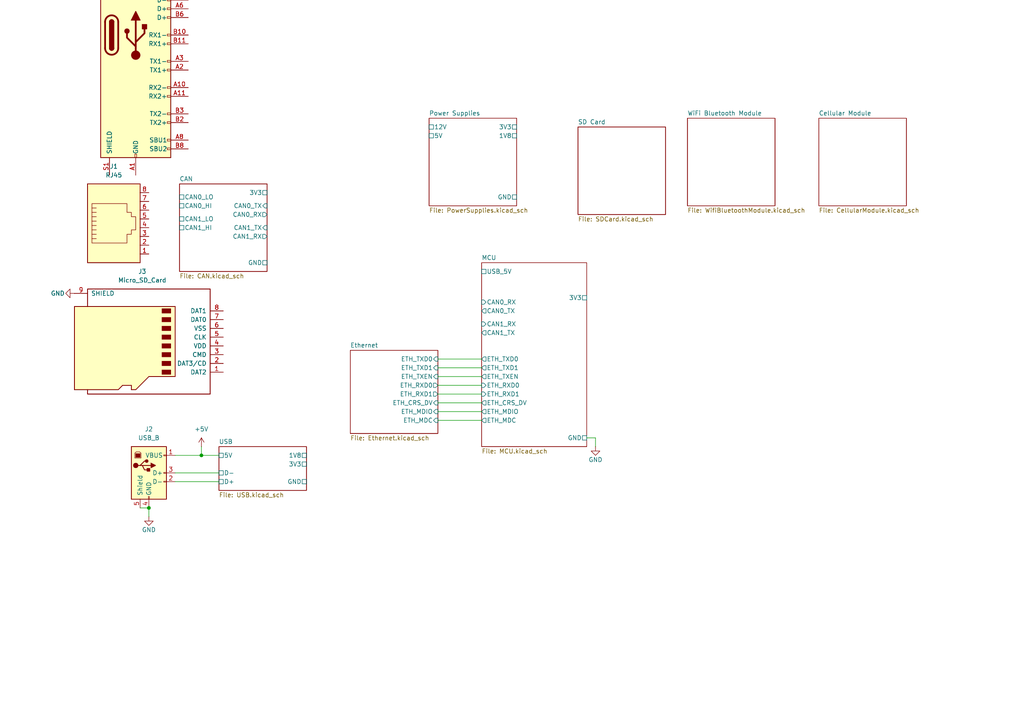
<source format=kicad_sch>
(kicad_sch (version 20250114) (generator "eeschema") (generator_version "9.0")
  (paper "A4")
  (lib_symbols
    (symbol "Connector:Micro_SD_Card" (pin_names (offset 1.016))
      (property "Reference" "J" (at -16.51 15.24 0))
      (property "Value" "Micro_SD_Card" (at 16.51 15.24 0))
      (symbol "Micro_SD_Card_0_1"
        (polyline (pts (xy -8.89 -11.43) (xy -8.89 8.89) (xy -1.27 8.89) (xy 2.54 12.7) (xy 3.81 12.7) (xy 3.81 11.43) (xy 6.35 11.43) (xy 7.62 12.7) (xy 20.32 12.7) (xy 20.32 -11.43) (xy -8.89 -11.43)) (stroke (width 0.254)) (fill (type background)))
        (rectangle (start -7.62 8.255) (end -5.08 6.985) (fill (type outline)))
        (rectangle (start -7.62 5.715) (end -5.08 4.445) (fill (type outline)))
        (rectangle (start -7.62 3.175) (end -5.08 1.905) (fill (type outline)))
        (rectangle (start -7.62 0.635) (end -5.08 -0.635) (fill (type outline)))
        (rectangle (start -7.62 -1.905) (end -5.08 -3.175) (fill (type outline)))
        (rectangle (start -7.62 -4.445) (end -5.08 -5.715) (fill (type outline)))
        (rectangle (start -7.62 -6.985) (end -5.08 -8.255) (fill (type outline)))
        (rectangle (start -7.62 -9.525) (end -5.08 -10.795) (fill (type outline)))
        (polyline (pts (xy 16.51 12.7) (xy 16.51 13.97) (xy -19.05 13.97) (xy -19.05 -16.51) (xy 16.51 -16.51) (xy 16.51 -11.43)) (stroke (width 0.254)))
      )
      (symbol "Micro_SD_Card_1_1"
        (pin bidirectional line (at -22.86 7.62 0) (length 3.81) (name "DAT2") (number "1"))
        (pin bidirectional line (at -22.86 5.08 0) (length 3.81) (name "DAT3/CD") (number "2"))
        (pin input line (at -22.86 2.54 0) (length 3.81) (name "CMD") (number "3"))
        (pin power_in line (at -22.86 0 0) (length 3.81) (name "VDD") (number "4"))
        (pin input line (at -22.86 -2.54 0) (length 3.81) (name "CLK") (number "5"))
        (pin power_in line (at -22.86 -5.08 0) (length 3.81) (name "VSS") (number "6"))
        (pin bidirectional line (at -22.86 -7.62 0) (length 3.81) (name "DAT0") (number "7"))
        (pin bidirectional line (at -22.86 -10.16 0) (length 3.81) (name "DAT1") (number "8"))
        (pin passive line (at 20.32 -15.24 180) (length 3.81) (name "SHIELD") (number "9"))
      )
    )
    (symbol "Connector:RJ45" (pin_names (offset 1.016))
      (property "Reference" "J" (at -5.08 13.97 0))
      (property "Value" "RJ45" (at 2.54 13.97 0))
      (symbol "RJ45_0_1"
        (polyline (pts (xy -6.35 1.905) (xy -5.08 1.905) (xy -5.08 1.905)))
        (polyline (pts (xy -6.35 0.635) (xy -5.08 0.635) (xy -5.08 0.635)))
        (polyline (pts (xy -6.35 -0.635) (xy -5.08 -0.635) (xy -5.08 -0.635)))
        (polyline (pts (xy -6.35 -1.905) (xy -5.08 -1.905) (xy -5.08 -1.905)))
        (polyline (pts (xy -6.35 -3.175) (xy -5.08 -3.175) (xy -5.08 -3.175)))
        (polyline (pts (xy -6.35 -4.445) (xy -6.35 6.985) (xy 3.81 6.985) (xy 3.81 4.445) (xy 5.08 4.445) (xy 5.08 3.175) (xy 6.35 3.175) (xy 6.35 -0.635) (xy 5.08 -0.635) (xy 5.08 -1.905) (xy 3.81 -1.905) (xy 3.81 -4.445) (xy -6.35 -4.445) (xy -6.35 -4.445)))
        (polyline (pts (xy -5.08 5.715) (xy -6.35 5.715)))
        (polyline (pts (xy -5.08 4.445) (xy -6.35 4.445)))
        (polyline (pts (xy -5.08 3.175) (xy -6.35 3.175) (xy -6.35 3.175)))
        (rectangle (start 7.62 12.7) (end -7.62 -10.16) (stroke (width 0.254)) (fill (type background)))
      )
      (symbol "RJ45_1_1"
        (pin passive line (at 10.16 10.16 180) (length 2.54) (name "~") (number "8"))
        (pin passive line (at 10.16 7.62 180) (length 2.54) (name "~") (number "7"))
        (pin passive line (at 10.16 5.08 180) (length 2.54) (name "~") (number "6"))
        (pin passive line (at 10.16 2.54 180) (length 2.54) (name "~") (number "5"))
        (pin passive line (at 10.16 0 180) (length 2.54) (name "~") (number "4"))
        (pin passive line (at 10.16 -2.54 180) (length 2.54) (name "~") (number "3"))
        (pin passive line (at 10.16 -5.08 180) (length 2.54) (name "~") (number "2"))
        (pin passive line (at 10.16 -7.62 180) (length 2.54) (name "~") (number "1"))
      )
    )
    (symbol "Connector:USB_B" (pin_names (offset 1.016))
      (property "Reference" "J" (at -5.08 11.43 0))
      (property "Value" "USB_B" (at -5.08 8.89 0))
      (symbol "USB_B_0_1"
        (rectangle (start -5.08 -7.62) (end 5.08 7.62) (stroke (width 0.254)) (fill (type background)))
        (polyline (pts (xy -4.064 4.318) (xy -2.286 4.318) (xy -2.286 5.715) (xy -2.667 6.096) (xy -3.683 6.096) (xy -4.064 5.715) (xy -4.064 4.318)))
        (rectangle (start -3.81 5.588) (end -2.54 4.572) (fill (type outline)))
        (circle (center -3.81 2.159) (radius 0.635) (stroke (width 0.254)) (fill (type outline)))
        (polyline (pts (xy -3.175 2.159) (xy -2.54 2.159) (xy -1.27 3.429) (xy -0.635 3.429)) (stroke (width 0.254)))
        (polyline (pts (xy -2.54 2.159) (xy -1.905 2.159) (xy -1.27 0.889) (xy 0 0.889)) (stroke (width 0.254)))
        (polyline (pts (xy -1.905 2.159) (xy 0.635 2.159)) (stroke (width 0.254)))
        (circle (center -0.635 3.429) (radius 0.381) (stroke (width 0.254)) (fill (type outline)))
        (rectangle (start -0.127 -7.62) (end 0.127 -6.858))
        (rectangle (start 0.254 1.27) (end -0.508 0.508) (stroke (width 0.254)) (fill (type outline)))
        (polyline (pts (xy 0.635 2.794) (xy 0.635 1.524) (xy 1.905 2.159) (xy 0.635 2.794)) (stroke (width 0.254)) (fill (type outline)))
        (rectangle (start 5.08 4.953) (end 4.318 5.207))
        (rectangle (start 5.08 -0.127) (end 4.318 0.127))
        (rectangle (start 5.08 -2.667) (end 4.318 -2.413))
      )
      (symbol "USB_B_1_1"
        (pin passive line (at -2.54 -10.16 90) (length 2.54) (name "Shield") (number "5"))
        (pin power_out line (at 0 -10.16 90) (length 2.54) (name "GND") (number "4"))
        (pin power_out line (at 7.62 5.08 180) (length 2.54) (name "VBUS") (number "1"))
        (pin bidirectional line (at 7.62 0 180) (length 2.54) (name "D+") (number "3"))
        (pin bidirectional line (at 7.62 -2.54 180) (length 2.54) (name "D-") (number "2"))
      )
    )
    (symbol "Connector:USB_C_Receptacle" (pin_names (offset 1.016))
      (property "Reference" "J" (at -10.16 29.21 0))
      (property "Value" "USB_C_Receptacle" (at 10.16 29.21 0))
      (symbol "USB_C_Receptacle_0_0"
        (rectangle (start -0.254 -35.56) (end 0.254 -34.544))
        (rectangle (start 10.16 25.654) (end 9.144 25.146))
        (rectangle (start 10.16 20.574) (end 9.144 20.066))
        (rectangle (start 10.16 18.034) (end 9.144 17.526))
        (rectangle (start 10.16 12.954) (end 9.144 12.446))
        (rectangle (start 10.16 10.414) (end 9.144 9.906))
        (rectangle (start 10.16 7.874) (end 9.144 7.366))
        (rectangle (start 10.16 5.334) (end 9.144 4.826))
        (rectangle (start 10.16 0.254) (end 9.144 -0.254))
        (rectangle (start 10.16 -2.286) (end 9.144 -2.794))
        (rectangle (start 10.16 -7.366) (end 9.144 -7.874))
        (rectangle (start 10.16 -9.906) (end 9.144 -10.414))
        (rectangle (start 10.16 -14.986) (end 9.144 -15.494))
        (rectangle (start 10.16 -17.526) (end 9.144 -18.034))
        (rectangle (start 10.16 -22.606) (end 9.144 -23.114))
        (rectangle (start 10.16 -25.146) (end 9.144 -25.654))
        (rectangle (start 10.16 -30.226) (end 9.144 -30.734))
        (rectangle (start 10.16 -32.766) (end 9.144 -33.274))
      )
      (symbol "USB_C_Receptacle_0_1"
        (rectangle (start -10.16 27.94) (end 10.16 -35.56) (stroke (width 0.254)) (fill (type background)))
        (polyline (pts (xy -8.89 -3.81) (xy -8.89 3.81)) (stroke (width 0.508)))
        (rectangle (start -7.62 -3.81) (end -6.35 3.81) (stroke (width 0.254)) (fill (type outline)))
        (arc (start -7.62 3.81) (mid -6.985 4.4423) (end -6.35 3.81) (stroke (width 0.254)))
        (arc (start -7.62 3.81) (mid -6.985 4.4423) (end -6.35 3.81) (stroke (width 0.254)) (fill (type outline)))
        (arc (start -8.89 3.81) (mid -6.985 5.7067) (end -5.08 3.81) (stroke (width 0.508)))
        (arc (start -5.08 -3.81) (mid -6.985 -5.7067) (end -8.89 -3.81) (stroke (width 0.508)))
        (arc (start -6.35 -3.81) (mid -6.985 -4.4423) (end -7.62 -3.81) (stroke (width 0.254)))
        (arc (start -6.35 -3.81) (mid -6.985 -4.4423) (end -7.62 -3.81) (stroke (width 0.254)) (fill (type outline)))
        (polyline (pts (xy -5.08 3.81) (xy -5.08 -3.81)) (stroke (width 0.508)))
      )
      (symbol "USB_C_Receptacle_1_1"
        (circle (center -2.54 1.143) (radius 0.635) (stroke (width 0.254)) (fill (type outline)))
        (polyline (pts (xy -1.27 4.318) (xy 0 6.858) (xy 1.27 4.318) (xy -1.27 4.318)) (stroke (width 0.254)) (fill (type outline)))
        (polyline (pts (xy 0 -2.032) (xy 2.54 0.508) (xy 2.54 1.778)) (stroke (width 0.508)))
        (polyline (pts (xy 0 -3.302) (xy -2.54 -0.762) (xy -2.54 0.508)) (stroke (width 0.508)))
        (polyline (pts (xy 0 -5.842) (xy 0 4.318)) (stroke (width 0.508)))
        (circle (center 0 -5.842) (radius 1.27) (fill (type outline)))
        (rectangle (start 1.905 1.778) (end 3.175 3.048) (stroke (width 0.254)) (fill (type outline)))
        (pin passive line (at -7.62 -40.64 90) (length 5.08) (name "SHIELD") (number "S1"))
        (pin passive line (at 0 -40.64 90) (length 5.08) (name "GND") (number "A1"))
        (pin passive line (at 0 -40.64 90) (length 5.08) (hide yes) (name "GND") (number "A12"))
        (pin passive line (at 0 -40.64 90) (length 5.08) (hide yes) (name "GND") (number "B1"))
        (pin passive line (at 0 -40.64 90) (length 5.08) (hide yes) (name "GND") (number "B12"))
        (pin passive line (at 15.24 25.4 180) (length 5.08) (name "VBUS") (number "A4"))
        (pin passive line (at 15.24 25.4 180) (length 5.08) (hide yes) (name "VBUS") (number "A9"))
        (pin passive line (at 15.24 25.4 180) (length 5.08) (hide yes) (name "VBUS") (number "B4"))
        (pin passive line (at 15.24 25.4 180) (length 5.08) (hide yes) (name "VBUS") (number "B9"))
        (pin bidirectional line (at 15.24 20.32 180) (length 5.08) (name "CC1") (number "A5"))
        (pin bidirectional line (at 15.24 17.78 180) (length 5.08) (name "CC2") (number "B5"))
        (pin bidirectional line (at 15.24 12.7 180) (length 5.08) (name "D-") (number "A7"))
        (pin bidirectional line (at 15.24 10.16 180) (length 5.08) (name "D-") (number "B7"))
        (pin bidirectional line (at 15.24 7.62 180) (length 5.08) (name "D+") (number "A6"))
        (pin bidirectional line (at 15.24 5.08 180) (length 5.08) (name "D+") (number "B6"))
        (pin bidirectional line (at 15.24 0 180) (length 5.08) (name "RX1-") (number "B10"))
        (pin bidirectional line (at 15.24 -2.54 180) (length 5.08) (name "RX1+") (number "B11"))
        (pin bidirectional line (at 15.24 -7.62 180) (length 5.08) (name "TX1-") (number "A3"))
        (pin bidirectional line (at 15.24 -10.16 180) (length 5.08) (name "TX1+") (number "A2"))
        (pin bidirectional line (at 15.24 -15.24 180) (length 5.08) (name "RX2-") (number "A10"))
        (pin bidirectional line (at 15.24 -17.78 180) (length 5.08) (name "RX2+") (number "A11"))
        (pin bidirectional line (at 15.24 -22.86 180) (length 5.08) (name "TX2-") (number "B3"))
        (pin bidirectional line (at 15.24 -25.4 180) (length 5.08) (name "TX2+") (number "B2"))
        (pin bidirectional line (at 15.24 -30.48 180) (length 5.08) (name "SBU1") (number "A8"))
        (pin bidirectional line (at 15.24 -33.02 180) (length 5.08) (name "SBU2") (number "B8"))
      )
    )
    (symbol "power:+5V" (power) (pin_numbers (hide yes)) (pin_names (offset 0) (hide yes))
      (property "Value" "+5V" (at 0 3.556 0))
      (symbol "+5V_0_1"
        (polyline (pts (xy -0.762 1.27) (xy 0 2.54)))
        (polyline (pts (xy 0 2.54) (xy 0.762 1.27)))
        (polyline (pts (xy 0 0) (xy 0 2.54)))
      )
      (symbol "+5V_1_1"
        (pin power_in line (at 0 0 90) (length 0) (name "~") (number "1"))
      )
    )
    (symbol "power:GND" (power) (pin_numbers (hide yes)) (pin_names (offset 0) (hide yes))
      (property "Value" "GND" (at 0 -3.81 0))
      (symbol "GND_0_1"
        (polyline (pts (xy 0 0) (xy 0 -1.27) (xy 1.27 -1.27) (xy 0 -2.54) (xy -1.27 -1.27) (xy 0 -1.27)))
      )
      (symbol "GND_1_1"
        (pin power_in line (at 0 0 270) (length 0) (name "~") (number "1"))
      )
    )
  )
  (junction (at 58.42 132.08))
  (junction (at 43.18 147.32))
  (wire (pts (xy 127 119.38) (xy 139.7 119.38)))
  (wire (pts (xy 127 106.68) (xy 139.7 106.68)))
  (wire (pts (xy 50.8 139.7) (xy 63.5 139.7)))
  (wire (pts (xy 40.64 147.32) (xy 43.18 147.32)))
  (wire (pts (xy 127 121.92) (xy 139.7 121.92)))
  (wire (pts (xy 127 111.76) (xy 139.7 111.76)))
  (wire (pts (xy 127 116.84) (xy 139.7 116.84)))
  (wire (pts (xy 50.8 132.08) (xy 58.42 132.08)))
  (wire (pts (xy 127 104.14) (xy 139.7 104.14)))
  (wire (pts (xy 50.8 137.16) (xy 63.5 137.16)))
  (wire (pts (xy 58.42 132.08) (xy 58.42 129.54)))
  (wire (pts (xy 127 109.22) (xy 139.7 109.22)))
  (wire (pts (xy 43.18 147.32) (xy 43.18 149.86)))
  (wire (pts (xy 172.72 129.54) (xy 172.72 127)))
  (wire (pts (xy 127 114.3) (xy 139.7 114.3)))
  (wire (pts (xy 172.72 127) (xy 170.18 127)))
  (wire (pts (xy 58.42 132.08) (xy 63.5 132.08)))
  (symbol (lib_id "Connector:RJ45") (at 33.02 66.04 0) (unit 1)
    (property "Reference" "J1" (at 33.02 48.26 0))
    (property "Value" "RJ45" (at 33.02 50.8 0))
    (property "Footprint" "Connector_RJ:RJ45_Hanrun_HR911105A_Horizontal" (effects (hide yes)))
    (property "Description" "RJ connector, 8P8C (8 positions 8 connected)" (effects (hide yes)))
  )
  (symbol (lib_id "Connector:Micro_SD_Card") (at 41.91 100.33 180) (unit 1)
    (property "Reference" "J3" (at 41.275 78.74 0))
    (property "Value" "Micro_SD_Card" (at 41.275 81.28 0))
    (property "Footprint" "Connector_Card:microSD_HC_Molex_47219-2001" (effects (hide yes)))
    (property "Datasheet" "https://www.we-online.com/components/products/datasheet/693072010801.pdf" (effects (hide yes)))
    (property "Description" "Micro SD Card Socket" (effects (hide yes)))
  )
  (symbol (lib_id "power:GND") (at 172.72 129.54 0) (unit 1)
    (property "Reference" "#PWR048" (effects (hide yes)))
    (property "Value" "GND" (at 172.72 133.35 0))
    (property "Description" "Power symbol creates a global label with name \"GND\" , ground" (effects (hide yes)))
  )
  (symbol (lib_id "power:+5V") (at 58.42 129.54 0) (unit 1)
    (property "Reference" "#PWR028" (effects (hide yes)))
    (property "Value" "+5V" (at 58.42 124.46 0))
    (property "Description" "Power symbol creates a global label with name \"+5V\"" (effects (hide yes)))
  )
  (symbol (lib_id "power:GND") (at 43.18 149.86 0) (unit 1)
    (property "Reference" "#PWR04" (effects (hide yes)))
    (property "Value" "GND" (at 43.18 153.67 0))
    (property "Description" "Power symbol creates a global label with name \"GND\" , ground" (effects (hide yes)))
  )
  (symbol (lib_id "Connector:USB_B") (at 43.18 137.16 0) (unit 1)
    (property "Reference" "J2" (at 43.18 124.46 0))
    (property "Value" "USB_B" (at 43.18 127 0))
    (property "Description" "USB Type B connector" (effects (hide yes)))
  )
  (symbol (lib_id "power:GND") (at 21.59 85.09 270) (unit 1)
    (property "Reference" "#PWR042" (effects (hide yes)))
    (property "Value" "GND" (at 18.796 85.09 90) (effects (justify right)))
    (property "Description" "Power symbol creates a global label with name \"GND\" , ground" (effects (hide yes)))
  )
  (symbol (lib_id "Connector:USB_C_Receptacle") (at 39.37 10.16 0) (unit 1)
    (property "Reference" "J4" (at 39.37 -22.86 0))
    (property "Value" "USB_C_Receptacle" (at 39.37 -20.32 0))
    (property "Datasheet" "https://www.usb.org/sites/default/files/documents/usb_type-c.zip" (effects (hide yes)))
    (property "Description" "USB Full-Featured Type-C Receptacle connector" (effects (hide yes)))
  )
  (sheet (at 124.46 34.29) (size 25.4 25.4) (stroke (width 0.1524))
    (property "Sheetname" "Power Supplies" (at 124.46 33.5784 0) (effects (justify left bottom)))
    (property "Sheetfile" "PowerSupplies.kicad_sch" (at 124.46 60.2746 0) (effects (justify left top)))
    (pin "12V" passive (at 124.46 36.83 180))
    (pin "3V3" passive (at 149.86 36.83 0))
    (pin "1V8" passive (at 149.86 39.37 0))
    (pin "GND" passive (at 149.86 57.15 0))
    (pin "5V" passive (at 124.46 39.37 180))
  )
  (sheet (at 199.39 34.29) (size 25.4 25.4) (stroke (width 0.1524))
    (property "Sheetname" "WiFi Bluetooth Module" (at 199.39 33.5784 0) (effects (justify left bottom)))
    (property "Sheetfile" "WifiBluetoothModule.kicad_sch" (at 199.39 60.2746 0) (effects (justify left top)))
  )
  (sheet (at 237.49 34.29) (size 25.4 25.4) (stroke (width 0.1524))
    (property "Sheetname" "Cellular Module" (at 237.49 33.5784 0) (effects (justify left bottom)))
    (property "Sheetfile" "CellularModule.kicad_sch" (at 237.49 60.2746 0) (effects (justify left top)))
  )
  (sheet (at 167.64 36.83) (size 25.4 25.4) (stroke (width 0.1524))
    (property "Sheetname" "SD Card" (at 167.64 36.1184 0) (effects (justify left bottom)))
    (property "Sheetfile" "SDCard.kicad_sch" (at 167.64 62.8146 0) (effects (justify left top)))
  )
  (sheet (at 101.6 101.6) (size 25.4 24.13) (stroke (width 0.1524))
    (property "Sheetname" "Ethernet" (at 101.6 100.8884 0) (effects (justify left bottom)))
    (property "Sheetfile" "Ethernet.kicad_sch" (at 101.6 126.3146 0) (effects (justify left top)))
    (pin "ETH_MDC" input (at 127 121.92 0))
    (pin "ETH_TXEN" input (at 127 109.22 0))
    (pin "ETH_CRS_DV" input (at 127 116.84 0))
    (pin "ETH_RXD0" output (at 127 111.76 0))
    (pin "ETH_RXD1" output (at 127 114.3 0))
    (pin "ETH_TXD1" input (at 127 106.68 0))
    (pin "ETH_TXD0" input (at 127 104.14 0))
    (pin "ETH_MDIO" input (at 127 119.38 0))
  )
  (sheet (at 52.07 53.34) (size 25.4 25.4) (stroke (width 0.1524))
    (property "Sheetname" "CAN" (at 52.07 52.6284 0) (effects (justify left bottom)))
    (property "Sheetfile" "CAN.kicad_sch" (at 52.07 79.3246 0) (effects (justify left top)))
    (pin "CAN0_TX" input (at 77.47 59.69 0))
    (pin "CAN0_HI" passive (at 52.07 59.69 180))
    (pin "CAN0_LO" passive (at 52.07 57.15 180))
    (pin "3V3" passive (at 77.47 55.88 0))
    (pin "CAN1_TX" input (at 77.47 66.04 0))
    (pin "CAN0_RX" output (at 77.47 62.23 0))
    (pin "CAN1_LO" passive (at 52.07 63.5 180))
    (pin "CAN1_HI" passive (at 52.07 66.04 180))
    (pin "CAN1_RX" output (at 77.47 68.58 0))
    (pin "GND" passive (at 77.47 76.2 0))
  )
  (sheet (at 63.5 129.54) (size 25.4 12.7) (stroke (width 0.1524))
    (property "Sheetname" "USB" (at 63.5 128.8284 0) (effects (justify left bottom)))
    (property "Sheetfile" "USB.kicad_sch" (at 63.5 142.8246 0) (effects (justify left top)))
    (pin "1V8" passive (at 88.9 132.08 0))
    (pin "5V" passive (at 63.5 132.08 180))
    (pin "3V3" passive (at 88.9 134.62 0))
    (pin "D-" passive (at 63.5 137.16 180))
    (pin "GND" passive (at 88.9 139.7 0))
    (pin "D+" passive (at 63.5 139.7 180))
  )
  (sheet (at 139.7 76.2) (size 30.48 53.34) (stroke (width 0.1524))
    (property "Sheetname" "MCU" (at 139.7 75.4884 0) (effects (justify left bottom)))
    (property "Sheetfile" "MCU.kicad_sch" (at 139.7 130.1246 0) (effects (justify left top)))
    (pin "CAN1_TX" output (at 139.7 96.52 180))
    (pin "3V3" passive (at 170.18 86.36 0))
    (pin "CAN0_RX" input (at 139.7 87.63 180))
    (pin "CAN0_TX" output (at 139.7 90.17 180))
    (pin "CAN1_RX" input (at 139.7 93.98 180))
    (pin "GND" passive (at 170.18 127 0))
    (pin "ETH_RXD0" input (at 139.7 111.76 180))
    (pin "ETH_MDC" output (at 139.7 121.92 180))
    (pin "ETH_RXD1" input (at 139.7 114.3 180))
    (pin "ETH_TXD0" output (at 139.7 104.14 180))
    (pin "ETH_MDIO" output (at 139.7 119.38 180))
    (pin "ETH_TXEN" output (at 139.7 109.22 180))
    (pin "ETH_TXD1" output (at 139.7 106.68 180))
    (pin "ETH_CRS_DV" output (at 139.7 116.84 180))
    (pin "USB_5V" passive (at 139.7 78.74 180))
  )
)
</source>
